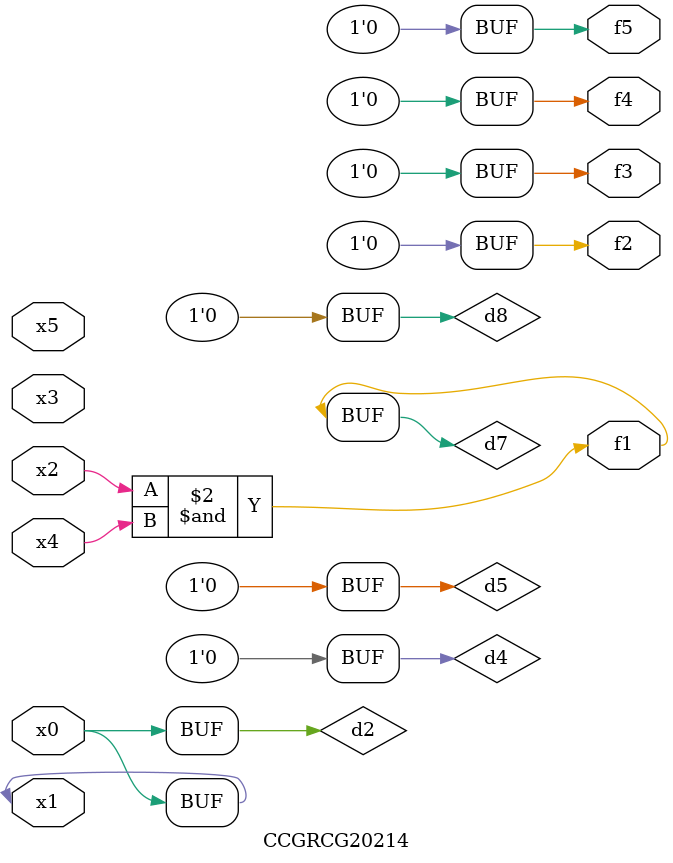
<source format=v>
module CCGRCG20214(
	input x0, x1, x2, x3, x4, x5,
	output f1, f2, f3, f4, f5
);

	wire d1, d2, d3, d4, d5, d6, d7, d8, d9;

	nand (d1, x1);
	buf (d2, x0, x1);
	nand (d3, x2, x4);
	and (d4, d1, d2);
	and (d5, d1, d2);
	nand (d6, d1, d3);
	not (d7, d3);
	xor (d8, d5);
	nor (d9, d5, d6);
	assign f1 = d7;
	assign f2 = d8;
	assign f3 = d8;
	assign f4 = d8;
	assign f5 = d8;
endmodule

</source>
